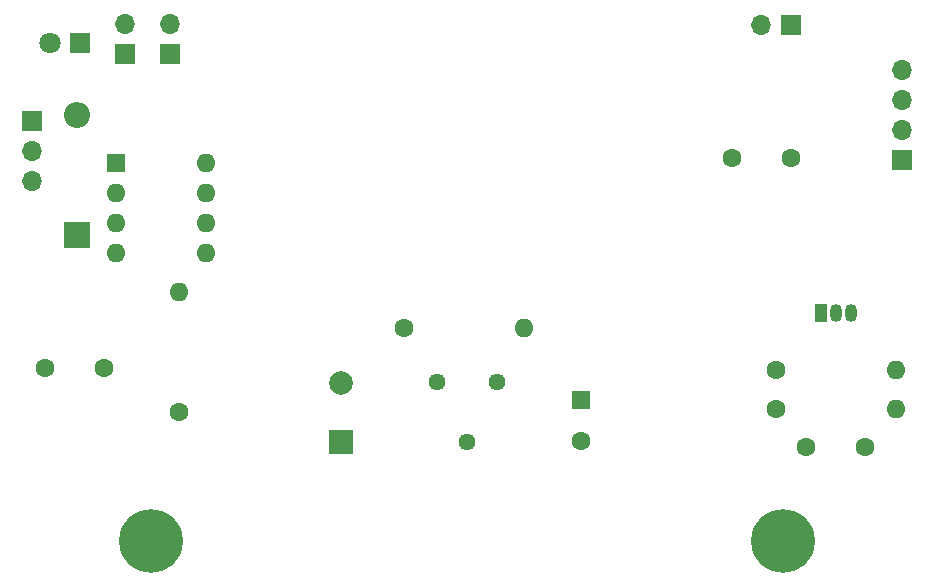
<source format=gbr>
G04 #@! TF.GenerationSoftware,KiCad,Pcbnew,(5.1.7)-1*
G04 #@! TF.CreationDate,2021-11-30T18:20:46-06:00*
G04 #@! TF.ProjectId,InternalAmpLM386,496e7465-726e-4616-9c41-6d704c4d3338,rev?*
G04 #@! TF.SameCoordinates,Original*
G04 #@! TF.FileFunction,Soldermask,Bot*
G04 #@! TF.FilePolarity,Negative*
%FSLAX46Y46*%
G04 Gerber Fmt 4.6, Leading zero omitted, Abs format (unit mm)*
G04 Created by KiCad (PCBNEW (5.1.7)-1) date 2021-11-30 18:20:46*
%MOMM*%
%LPD*%
G01*
G04 APERTURE LIST*
%ADD10R,1.600000X1.600000*%
%ADD11C,1.600000*%
%ADD12R,2.000000X2.000000*%
%ADD13C,2.000000*%
%ADD14R,2.200000X2.200000*%
%ADD15O,2.200000X2.200000*%
%ADD16R,1.800000X1.800000*%
%ADD17C,1.800000*%
%ADD18C,5.400000*%
%ADD19R,1.700000X1.700000*%
%ADD20O,1.700000X1.700000*%
%ADD21O,1.050000X1.500000*%
%ADD22R,1.050000X1.500000*%
%ADD23O,1.600000X1.600000*%
%ADD24C,1.440000*%
G04 APERTURE END LIST*
D10*
G04 #@! TO.C,C1*
X139700000Y-113792000D03*
D11*
X139700000Y-117292000D03*
G04 #@! TD*
D12*
G04 #@! TO.C,C5*
X119380000Y-117348000D03*
D13*
X119380000Y-112348000D03*
G04 #@! TD*
D14*
G04 #@! TO.C,D1*
X97028000Y-99822000D03*
D15*
X97028000Y-89662000D03*
G04 #@! TD*
D16*
G04 #@! TO.C,D2*
X97282000Y-83566000D03*
D17*
X94742000Y-83566000D03*
G04 #@! TD*
D18*
G04 #@! TO.C,H1*
X103250000Y-125750000D03*
G04 #@! TD*
G04 #@! TO.C,H2*
X156750000Y-125750000D03*
G04 #@! TD*
D19*
G04 #@! TO.C,J1*
X166878000Y-93472000D03*
D20*
X166878000Y-90932000D03*
X166878000Y-88392000D03*
X166878000Y-85852000D03*
G04 #@! TD*
D19*
G04 #@! TO.C,J2*
X101092000Y-84500000D03*
D20*
X101092000Y-81960000D03*
G04 #@! TD*
G04 #@! TO.C,J3*
X154940000Y-82042000D03*
D19*
X157480000Y-82042000D03*
G04 #@! TD*
D21*
G04 #@! TO.C,Q1*
X161290000Y-106426000D03*
X162560000Y-106426000D03*
D22*
X160020000Y-106426000D03*
G04 #@! TD*
D23*
G04 #@! TO.C,R1*
X166370000Y-111252000D03*
D11*
X156210000Y-111252000D03*
G04 #@! TD*
G04 #@! TO.C,R2*
X156210000Y-114554000D03*
D23*
X166370000Y-114554000D03*
G04 #@! TD*
G04 #@! TO.C,R3*
X134874000Y-107696000D03*
D11*
X124714000Y-107696000D03*
G04 #@! TD*
G04 #@! TO.C,R4*
X105664000Y-114808000D03*
D23*
X105664000Y-104648000D03*
G04 #@! TD*
D19*
G04 #@! TO.C,RV1*
X93218000Y-90170000D03*
D20*
X93218000Y-92710000D03*
X93218000Y-95250000D03*
G04 #@! TD*
D24*
G04 #@! TO.C,RV2*
X127460000Y-112268000D03*
X130000000Y-117348000D03*
X132540000Y-112268000D03*
G04 #@! TD*
D19*
G04 #@! TO.C,SW1*
X104902000Y-84500000D03*
D20*
X104902000Y-81960000D03*
G04 #@! TD*
D10*
G04 #@! TO.C,U1*
X100330000Y-93726000D03*
D23*
X107950000Y-101346000D03*
X100330000Y-96266000D03*
X107950000Y-98806000D03*
X100330000Y-98806000D03*
X107950000Y-96266000D03*
X100330000Y-101346000D03*
X107950000Y-93726000D03*
G04 #@! TD*
D11*
G04 #@! TO.C,C2*
X99314000Y-111106000D03*
X94314000Y-111106000D03*
G04 #@! TD*
G04 #@! TO.C,C3*
X152480000Y-93326000D03*
X157480000Y-93326000D03*
G04 #@! TD*
G04 #@! TO.C,C4*
X158750000Y-117748000D03*
X163750000Y-117748000D03*
G04 #@! TD*
M02*

</source>
